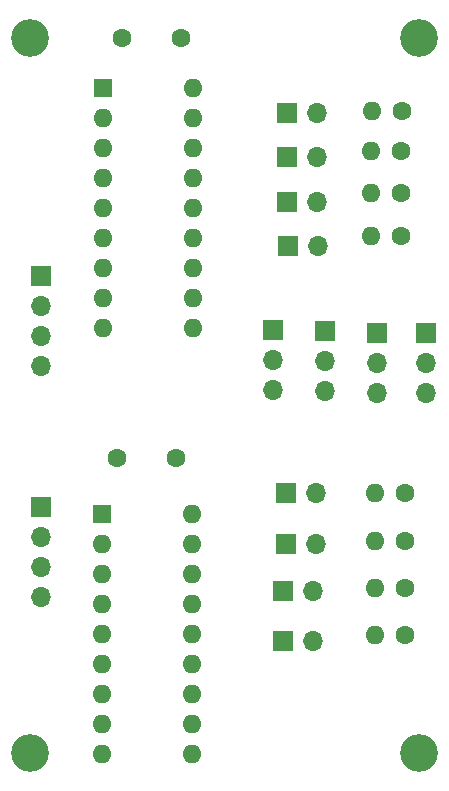
<source format=gts>
%TF.GenerationSoftware,KiCad,Pcbnew,7.0.7+dfsg-1*%
%TF.CreationDate,2024-04-04T18:03:27+01:00*%
%TF.ProjectId,point-controller-switches,706f696e-742d-4636-9f6e-74726f6c6c65,rev?*%
%TF.SameCoordinates,Original*%
%TF.FileFunction,Soldermask,Top*%
%TF.FilePolarity,Negative*%
%FSLAX46Y46*%
G04 Gerber Fmt 4.6, Leading zero omitted, Abs format (unit mm)*
G04 Created by KiCad (PCBNEW 7.0.7+dfsg-1) date 2024-04-04 18:03:27*
%MOMM*%
%LPD*%
G01*
G04 APERTURE LIST*
%ADD10R,1.700000X1.700000*%
%ADD11O,1.700000X1.700000*%
%ADD12C,3.200000*%
%ADD13C,1.600000*%
%ADD14O,1.600000X1.600000*%
%ADD15R,1.600000X1.600000*%
G04 APERTURE END LIST*
D10*
%TO.C,D3*%
X131800000Y-97550000D03*
D11*
X134340000Y-97550000D03*
%TD*%
D12*
%TO.C,H4*%
X143000000Y-148000000D03*
%TD*%
D10*
%TO.C,SW2*%
X135000000Y-112245000D03*
D11*
X135000000Y-114785000D03*
X135000000Y-117325000D03*
%TD*%
D13*
%TO.C,R2*%
X141445000Y-100600000D03*
D14*
X138905000Y-100600000D03*
%TD*%
D12*
%TO.C,H3*%
X110000000Y-148000000D03*
%TD*%
D10*
%TO.C,SW4*%
X143600000Y-112445000D03*
D11*
X143600000Y-114985000D03*
X143600000Y-117525000D03*
%TD*%
D10*
%TO.C,D6*%
X131470000Y-134250000D03*
D11*
X134010000Y-134250000D03*
%TD*%
D13*
%TO.C,R7*%
X141800000Y-130000000D03*
D14*
X139260000Y-130000000D03*
%TD*%
D10*
%TO.C,D2*%
X131800000Y-101300000D03*
D11*
X134340000Y-101300000D03*
%TD*%
D13*
%TO.C,R8*%
X141800000Y-126000000D03*
D14*
X139260000Y-126000000D03*
%TD*%
D13*
%TO.C,R5*%
X141800000Y-138000000D03*
D14*
X139260000Y-138000000D03*
%TD*%
D10*
%TO.C,SW3*%
X139400000Y-112445000D03*
D11*
X139400000Y-114985000D03*
X139400000Y-117525000D03*
%TD*%
D10*
%TO.C,D7*%
X131720000Y-130250000D03*
D11*
X134260000Y-130250000D03*
%TD*%
D10*
%TO.C,J1*%
X111000000Y-107580000D03*
D11*
X111000000Y-110120000D03*
X111000000Y-112660000D03*
X111000000Y-115200000D03*
%TD*%
D13*
%TO.C,C2*%
X122400000Y-123000000D03*
X117400000Y-123000000D03*
%TD*%
D10*
%TO.C,J2*%
X111000000Y-127180000D03*
D11*
X111000000Y-129720000D03*
X111000000Y-132260000D03*
X111000000Y-134800000D03*
%TD*%
D13*
%TO.C,R6*%
X141800000Y-134000000D03*
D14*
X139260000Y-134000000D03*
%TD*%
D10*
%TO.C,D5*%
X131470000Y-138500000D03*
D11*
X134010000Y-138500000D03*
%TD*%
D12*
%TO.C,H1*%
X110000000Y-87400000D03*
%TD*%
D10*
%TO.C,SW1*%
X130600000Y-112200000D03*
D11*
X130600000Y-114740000D03*
X130600000Y-117280000D03*
%TD*%
D13*
%TO.C,C1*%
X122800000Y-87400000D03*
X117800000Y-87400000D03*
%TD*%
D10*
%TO.C,D8*%
X131720000Y-126000000D03*
D11*
X134260000Y-126000000D03*
%TD*%
D13*
%TO.C,R1*%
X141445000Y-104200000D03*
D14*
X138905000Y-104200000D03*
%TD*%
D10*
%TO.C,D4*%
X131800000Y-93800000D03*
D11*
X134340000Y-93800000D03*
%TD*%
D15*
%TO.C,U1*%
X116250000Y-91710000D03*
D14*
X116250000Y-94250000D03*
X116250000Y-96790000D03*
X116250000Y-99330000D03*
X116250000Y-101870000D03*
X116250000Y-104410000D03*
X116250000Y-106950000D03*
X116250000Y-109490000D03*
X116250000Y-112030000D03*
X123870000Y-112030000D03*
X123870000Y-109490000D03*
X123870000Y-106950000D03*
X123870000Y-104410000D03*
X123870000Y-101870000D03*
X123870000Y-99330000D03*
X123870000Y-96790000D03*
X123870000Y-94250000D03*
X123870000Y-91710000D03*
%TD*%
D13*
%TO.C,R4*%
X141540000Y-93600000D03*
D14*
X139000000Y-93600000D03*
%TD*%
D15*
%TO.C,U2*%
X116130000Y-127720000D03*
D14*
X116130000Y-130260000D03*
X116130000Y-132800000D03*
X116130000Y-135340000D03*
X116130000Y-137880000D03*
X116130000Y-140420000D03*
X116130000Y-142960000D03*
X116130000Y-145500000D03*
X116130000Y-148040000D03*
X123750000Y-148040000D03*
X123750000Y-145500000D03*
X123750000Y-142960000D03*
X123750000Y-140420000D03*
X123750000Y-137880000D03*
X123750000Y-135340000D03*
X123750000Y-132800000D03*
X123750000Y-130260000D03*
X123750000Y-127720000D03*
%TD*%
D13*
%TO.C,R3*%
X141445000Y-97000000D03*
D14*
X138905000Y-97000000D03*
%TD*%
D10*
%TO.C,D1*%
X131840000Y-105025000D03*
D11*
X134380000Y-105025000D03*
%TD*%
D12*
%TO.C,H2*%
X143000000Y-87400000D03*
%TD*%
M02*

</source>
